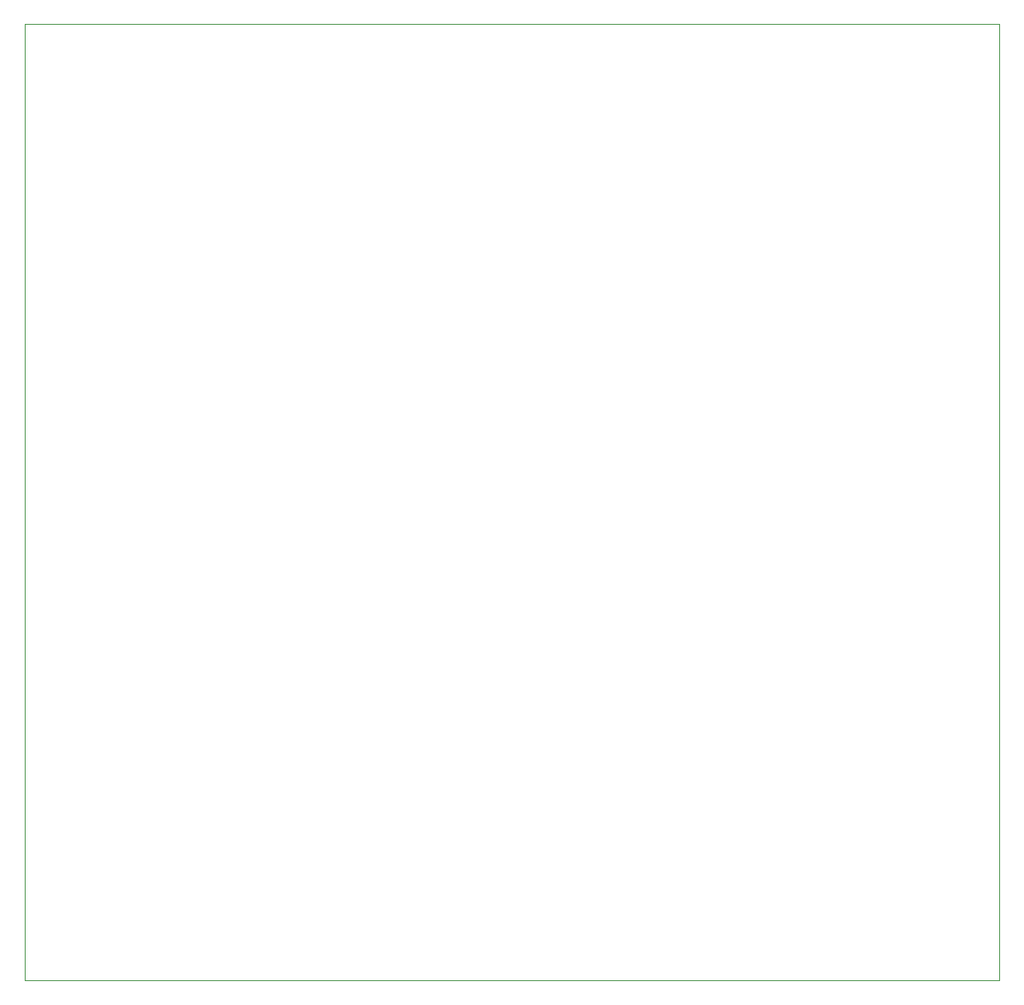
<source format=gm1>
%TF.GenerationSoftware,KiCad,Pcbnew,6.0.11-2627ca5db0~126~ubuntu22.04.1*%
%TF.CreationDate,2023-11-30T20:29:01+00:00*%
%TF.ProjectId,zx-spectrum-diagnostics,7a782d73-7065-4637-9472-756d2d646961,1.1*%
%TF.SameCoordinates,Original*%
%TF.FileFunction,Profile,NP*%
%FSLAX46Y46*%
G04 Gerber Fmt 4.6, Leading zero omitted, Abs format (unit mm)*
G04 Created by KiCad (PCBNEW 6.0.11-2627ca5db0~126~ubuntu22.04.1) date 2023-11-30 20:29:01*
%MOMM*%
%LPD*%
G01*
G04 APERTURE LIST*
%TA.AperFunction,Profile*%
%ADD10C,0.100000*%
%TD*%
G04 APERTURE END LIST*
D10*
X74700000Y-55886000D02*
X174610000Y-55886000D01*
X174610000Y-55886000D02*
X174610000Y-154050000D01*
X174610000Y-154050000D02*
X74700000Y-154050000D01*
X74700000Y-154050000D02*
X74700000Y-55886000D01*
M02*

</source>
